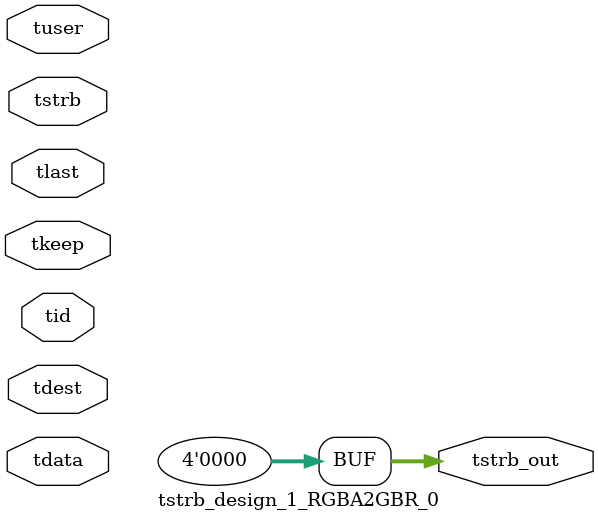
<source format=v>


`timescale 1ps/1ps

module tstrb_design_1_RGBA2GBR_0 #
(
parameter C_S_AXIS_TDATA_WIDTH = 32,
parameter C_S_AXIS_TUSER_WIDTH = 0,
parameter C_S_AXIS_TID_WIDTH   = 0,
parameter C_S_AXIS_TDEST_WIDTH = 0,
parameter C_M_AXIS_TDATA_WIDTH = 32
)
(
input  [(C_S_AXIS_TDATA_WIDTH == 0 ? 1 : C_S_AXIS_TDATA_WIDTH)-1:0     ] tdata,
input  [(C_S_AXIS_TUSER_WIDTH == 0 ? 1 : C_S_AXIS_TUSER_WIDTH)-1:0     ] tuser,
input  [(C_S_AXIS_TID_WIDTH   == 0 ? 1 : C_S_AXIS_TID_WIDTH)-1:0       ] tid,
input  [(C_S_AXIS_TDEST_WIDTH == 0 ? 1 : C_S_AXIS_TDEST_WIDTH)-1:0     ] tdest,
input  [(C_S_AXIS_TDATA_WIDTH/8)-1:0 ] tkeep,
input  [(C_S_AXIS_TDATA_WIDTH/8)-1:0 ] tstrb,
input                                                                    tlast,
output [(C_M_AXIS_TDATA_WIDTH/8)-1:0 ] tstrb_out
);

assign tstrb_out = {1'b0};

endmodule


</source>
